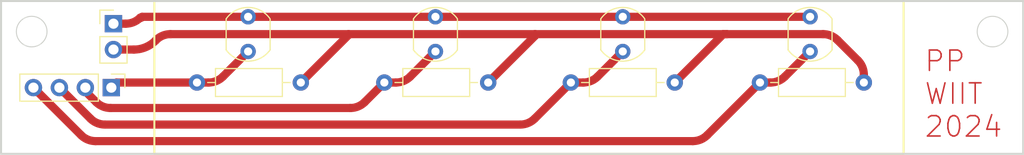
<source format=kicad_pcb>
(kicad_pcb (version 20221018) (generator pcbnew)
  (layers (0 "F.Cu" signal) (31 "B.Cu" signal) (34 "B.Paste" user) (35 "F.Paste" user) (36 "B.SilkS" user "B.Silkscreen") (37 "F.SilkS" user "F.Silkscreen") (38 "B.Mask" user) (39 "F.Mask" user) (44 "Edge.Cuts" user))
  (net 0 "")
  (net 1 "PH0")
  (net 2 "PH1")
  (net 3 "PH2")
  (net 4 "PH3")
  (net 5 "+5V")
  (net 6 "GND")
  (footprint "Resistor_THT:R_Axial_DIN0207_L6.3mm_D2.5mm_P10.16mm_Horizontal" (layer "F.Cu") (at 169.41 58 180)
    (fp_text reference "R4" hide)
    (fp_text value "10k" hide)
    (fp_line (start 1.04 0) (end 1.81 0) (stroke (width 0.12)) (layer "F.SilkS"))
    (fp_line (start 1.81 -1.37) (end 1.81 1.37) (stroke (width 0.12)) (layer "F.SilkS"))
    (fp_line (start 1.81 1.37) (end 8.35 1.37) (stroke (width 0.12)) (layer "F.SilkS"))
    (fp_line (start 8.35 -1.37) (end 1.81 -1.37) (stroke (width 0.12)) (layer "F.SilkS"))
    (fp_line (start 8.35 1.37) (end 8.35 -1.37) (stroke (width 0.12)) (layer "F.SilkS"))
    (fp_line (start 9.12 0) (end 8.35 0) (stroke (width 0.12)) (layer "F.SilkS"))
    (pad "1" thru_hole circle (at 0 0 180) (size 1.6 1.6) (drill 0.8) (layers "*.Cu" "*.Mask") (net 6 "GND"))
    (pad "2" thru_hole oval (at 10.16 0 180) (size 1.6 1.6) (drill 0.8) (layers "*.Cu" "*.Mask") (net 4 "PH3"))
  )
  (footprint "OptoDevice:R_LDR_5.1x4.3mm_P3.4mm_Vertical" (layer "F.Cu") (at 109.175 54.95 90)
    (fp_text reference "R5" hide)
    (fp_text value "5-10k" hide)
    (fp_line (start 0.15 -2.15) (end 3.2 -2.15) (stroke (width 0.12)) (layer "F.SilkS"))
    (fp_line (start 0.15 2.15) (end 3.2 2.15) (stroke (width 0.12)) (layer "F.SilkS"))
    (fp_arc (start 0.15 2.15) (mid -0.950438 -0.013368) (end 0.171766 -2.165525) (stroke (width 0.12)) (layer "F.SilkS"))
    (fp_arc (start 3.2 -2.15) (mid 4.321403 -0.027338) (end 3.244513 2.118249) (stroke (width 0.12)) (layer "F.SilkS"))
    (pad "1" thru_hole circle (at 0 0 90) (size 1.5 1.5) (drill 0.8) (layers "*.Cu" "*.Mask") (net 1 "PH0"))
    (pad "2" thru_hole circle (at 3.4 0 90) (size 1.5 1.5) (drill 0.8) (layers "*.Cu" "*.Mask") (net 5 "+5V"))
  )
  (footprint "Resistor_THT:R_Axial_DIN0207_L6.3mm_D2.5mm_P10.16mm_Horizontal" (layer "F.Cu") (at 114.33 58 180)
    (fp_text reference "R1" hide)
    (fp_text value "10k" hide)
    (fp_line (start 1.04 0) (end 1.81 0) (stroke (width 0.12)) (layer "F.SilkS"))
    (fp_line (start 1.81 -1.37) (end 1.81 1.37) (stroke (width 0.12)) (layer "F.SilkS"))
    (fp_line (start 1.81 1.37) (end 8.35 1.37) (stroke (width 0.12)) (layer "F.SilkS"))
    (fp_line (start 8.35 -1.37) (end 1.81 -1.37) (stroke (width 0.12)) (layer "F.SilkS"))
    (fp_line (start 8.35 1.37) (end 8.35 -1.37) (stroke (width 0.12)) (layer "F.SilkS"))
    (fp_line (start 9.12 0) (end 8.35 0) (stroke (width 0.12)) (layer "F.SilkS"))
    (pad "1" thru_hole circle (at 0 0 180) (size 1.6 1.6) (drill 0.8) (layers "*.Cu" "*.Mask") (net 6 "GND"))
    (pad "2" thru_hole oval (at 10.16 0 180) (size 1.6 1.6) (drill 0.8) (layers "*.Cu" "*.Mask") (net 1 "PH0"))
  )
  (footprint "OptoDevice:R_LDR_5.1x4.3mm_P3.4mm_Vertical" (layer "F.Cu") (at 164.15 54.95 90)
    (fp_text reference "R8" hide)
    (fp_text value "5-10k" hide)
    (fp_line (start 0.15 -2.15) (end 3.2 -2.15) (stroke (width 0.12)) (layer "F.SilkS"))
    (fp_line (start 0.15 2.15) (end 3.2 2.15) (stroke (width 0.12)) (layer "F.SilkS"))
    (fp_arc (start 0.15 2.15) (mid -0.950438 -0.013368) (end 0.171766 -2.165525) (stroke (width 0.12)) (layer "F.SilkS"))
    (fp_arc (start 3.2 -2.15) (mid 4.321403 -0.027338) (end 3.244513 2.118249) (stroke (width 0.12)) (layer "F.SilkS"))
    (pad "1" thru_hole circle (at 0 0 90) (size 1.5 1.5) (drill 0.8) (layers "*.Cu" "*.Mask") (net 4 "PH3"))
    (pad "2" thru_hole circle (at 3.4 0 90) (size 1.5 1.5) (drill 0.8) (layers "*.Cu" "*.Mask") (net 5 "+5V"))
  )
  (footprint "Resistor_THT:R_Axial_DIN0207_L6.3mm_D2.5mm_P10.16mm_Horizontal" (layer "F.Cu") (at 132.66 58 180)
    (fp_text reference "R2" hide)
    (fp_text value "10k" hide)
    (fp_line (start 1.04 0) (end 1.81 0) (stroke (width 0.12)) (layer "F.SilkS"))
    (fp_line (start 1.81 -1.37) (end 1.81 1.37) (stroke (width 0.12)) (layer "F.SilkS"))
    (fp_line (start 1.81 1.37) (end 8.35 1.37) (stroke (width 0.12)) (layer "F.SilkS"))
    (fp_line (start 8.35 -1.37) (end 1.81 -1.37) (stroke (width 0.12)) (layer "F.SilkS"))
    (fp_line (start 8.35 1.37) (end 8.35 -1.37) (stroke (width 0.12)) (layer "F.SilkS"))
    (fp_line (start 9.12 0) (end 8.35 0) (stroke (width 0.12)) (layer "F.SilkS"))
    (pad "1" thru_hole circle (at 0 0 180) (size 1.6 1.6) (drill 0.8) (layers "*.Cu" "*.Mask") (net 6 "GND"))
    (pad "2" thru_hole oval (at 10.16 0 180) (size 1.6 1.6) (drill 0.8) (layers "*.Cu" "*.Mask") (net 2 "PH1"))
  )
  (footprint "Resistor_THT:R_Axial_DIN0207_L6.3mm_D2.5mm_P10.16mm_Horizontal" (layer "F.Cu") (at 150.91 58 180)
    (fp_text reference "R3" hide)
    (fp_text value "10k" hide)
    (fp_line (start 1.04 0) (end 1.81 0) (stroke (width 0.12)) (layer "F.SilkS"))
    (fp_line (start 1.81 -1.37) (end 1.81 1.37) (stroke (width 0.12)) (layer "F.SilkS"))
    (fp_line (start 1.81 1.37) (end 8.35 1.37) (stroke (width 0.12)) (layer "F.SilkS"))
    (fp_line (start 8.35 -1.37) (end 1.81 -1.37) (stroke (width 0.12)) (layer "F.SilkS"))
    (fp_line (start 8.35 1.37) (end 8.35 -1.37) (stroke (width 0.12)) (layer "F.SilkS"))
    (fp_line (start 9.12 0) (end 8.35 0) (stroke (width 0.12)) (layer "F.SilkS"))
    (pad "1" thru_hole circle (at 0 0 180) (size 1.6 1.6) (drill 0.8) (layers "*.Cu" "*.Mask") (net 6 "GND"))
    (pad "2" thru_hole oval (at 10.16 0 180) (size 1.6 1.6) (drill 0.8) (layers "*.Cu" "*.Mask") (net 3 "PH2"))
  )
  (footprint "OptoDevice:R_LDR_5.1x4.3mm_P3.4mm_Vertical" (layer "F.Cu") (at 127.5 54.95 90)
    (fp_text reference "R6" hide)
    (fp_text value "5-10k" hide)
    (fp_line (start 0.15 -2.15) (end 3.2 -2.15) (stroke (width 0.12)) (layer "F.SilkS"))
    (fp_line (start 0.15 2.15) (end 3.2 2.15) (stroke (width 0.12)) (layer "F.SilkS"))
    (fp_arc (start 0.15 2.15) (mid -0.950438 -0.013368) (end 0.171766 -2.165525) (stroke (width 0.12)) (layer "F.SilkS"))
    (fp_arc (start 3.2 -2.15) (mid 4.321403 -0.027338) (end 3.244513 2.118249) (stroke (width 0.12)) (layer "F.SilkS"))
    (pad "1" thru_hole circle (at 0 0 90) (size 1.5 1.5) (drill 0.8) (layers "*.Cu" "*.Mask") (net 2 "PH1"))
    (pad "2" thru_hole circle (at 3.4 0 90) (size 1.5 1.5) (drill 0.8) (layers "*.Cu" "*.Mask") (net 5 "+5V"))
  )
  (footprint "OptoDevice:R_LDR_5.1x4.3mm_P3.4mm_Vertical" (layer "F.Cu") (at 145.825 54.95 90)
    (fp_text reference "R7" hide)
    (fp_text value "5-10k" hide)
    (fp_line (start 0.15 -2.15) (end 3.2 -2.15) (stroke (width 0.12)) (layer "F.SilkS"))
    (fp_line (start 0.15 2.15) (end 3.2 2.15) (stroke (width 0.12)) (layer "F.SilkS"))
    (fp_arc (start 0.15 2.15) (mid -0.950438 -0.013368) (end 0.171766 -2.165525) (stroke (width 0.12)) (layer "F.SilkS"))
    (fp_arc (start 3.2 -2.15) (mid 4.321403 -0.027338) (end 3.244513 2.118249) (stroke (width 0.12)) (layer "F.SilkS"))
    (pad "1" thru_hole circle (at 0 0 90) (size 1.5 1.5) (drill 0.8) (layers "*.Cu" "*.Mask") (net 3 "PH2"))
    (pad "2" thru_hole circle (at 3.4 0 90) (size 1.5 1.5) (drill 0.8) (layers "*.Cu" "*.Mask") (net 5 "+5V"))
  )
  (footprint "Connector_PinHeader_2.54mm:PinHeader_1x04_P2.54mm_Vertical" (layer "F.Cu") (at 95.79 58.5 -90)
    (fp_text reference "J1" hide)
    (fp_text value "Conn_01x04_Pin" hide)
    (fp_line (start -1.33 -1.33) (end 0 -1.33) (stroke (width 0.12)) (layer "F.SilkS"))
    (fp_line (start -1.33 0) (end -1.33 -1.33) (stroke (width 0.12)) (layer "F.SilkS"))
    (fp_line (start -1.33 1.27) (end -1.33 8.95) (stroke (width 0.12)) (layer "F.SilkS"))
    (fp_line (start -1.33 1.27) (end 1.33 1.27) (stroke (width 0.12)) (layer "F.SilkS"))
    (fp_line (start -1.33 8.95) (end 1.33 8.95) (stroke (width 0.12)) (layer "F.SilkS"))
    (fp_line (start 1.33 1.27) (end 1.33 8.95) (stroke (width 0.12)) (layer "F.SilkS"))
    (pad "1" thru_hole rect (at 0 0 270) (size 1.7 1.7) (drill 1) (layers "*.Cu" "*.Mask") (net 1 "PH0"))
    (pad "2" thru_hole oval (at 0 2.54 270) (size 1.7 1.7) (drill 1) (layers "*.Cu" "*.Mask") (net 2 "PH1"))
    (pad "3" thru_hole oval (at 0 5.08 270) (size 1.7 1.7) (drill 1) (layers "*.Cu" "*.Mask") (net 3 "PH2"))
    (pad "4" thru_hole oval (at 0 7.62 270) (size 1.7 1.7) (drill 1) (layers "*.Cu" "*.Mask") (net 4 "PH3"))
  )
  (footprint "Connector_PinHeader_2.54mm:PinHeader_1x02_P2.54mm_Vertical" (layer "F.Cu") (at 96 52.225)
    (fp_text reference "J2" hide)
    (fp_text value "Conn_01x02_Pin" hide)
    (fp_line (start -1.33 -1.33) (end 0 -1.33) (stroke (width 0.12)) (layer "F.SilkS"))
    (fp_line (start -1.33 0) (end -1.33 -1.33) (stroke (width 0.12)) (layer "F.SilkS"))
    (fp_line (start -1.33 1.27) (end -1.33 3.87) (stroke (width 0.12)) (layer "F.SilkS"))
    (fp_line (start -1.33 1.27) (end 1.33 1.27) (stroke (width 0.12)) (layer "F.SilkS"))
    (fp_line (start -1.33 3.87) (end 1.33 3.87) (stroke (width 0.12)) (layer "F.SilkS"))
    (fp_line (start 1.33 1.27) (end 1.33 3.87) (stroke (width 0.12)) (layer "F.SilkS"))
    (pad "1" thru_hole rect (at 0 0) (size 1.7 1.7) (drill 1) (layers "*.Cu" "*.Mask") (net 5 "+5V"))
    (pad "2" thru_hole oval (at 0 2.54) (size 1.7 1.7) (drill 1) (layers "*.Cu" "*.Mask") (net 6 "GND"))
  )
  (gr_rect locked (start 100 50) (end 173.3 65) (stroke (width 0.2)) (fill none) (layer "F.SilkS"))
  (gr_rect locked (start 85 50) (end 185 65) (stroke (width 0.2)) (fill none) (layer "Edge.Cuts"))
  (gr_circle locked (center 88 53) (end 89.5 53) (stroke (width 0.1)) (fill none) (layer "Edge.Cuts"))
  (gr_circle locked (center 182 53) (end 183.5 53) (stroke (width 0.1)) (fill none) (layer "Edge.Cuts"))
  (gr_text "PP\nWIIT\n2024" (at 175.25 63.5) (layer "F.Cu") (effects (font (size 2 2)) (justify left bottom)))
  (segment (start 104.17 58) (end 105.296573 58) (width 0.8) (layer "F.Cu") (net 1))
  (segment (start 104.17 58) (end 96.29 58) (width 0.8) (layer "F.Cu") (net 1))
  (segment (start 106.710787 57.414213) (end 109.175 54.95) (width 0.8) (layer "F.Cu") (net 1))
  (segment (start 96.29 58) (end 95.79 58.5) (width 0.8) (layer "F.Cu") (net 1))
  (arc (start 105.296573 58) (mid 106.06194 57.847759) (end 106.710787 57.414213) (width 0.8) (layer "F.Cu") (net 1))
  (segment (start 95.718427 60.5) (end 119.171573 60.5) (width 0.8) (layer "F.Cu") (net 2))
  (segment (start 120.585787 59.914213) (end 122.5 58) (width 0.8) (layer "F.Cu") (net 2))
  (segment (start 122.5 58) (end 123.621573 58) (width 0.8) (layer "F.Cu") (net 2))
  (segment (start 93.25 58.5) (end 93.25 58.86) (width 0.8) (layer "F.Cu") (net 2))
  (segment (start 125.035787 57.414213) (end 127.5 54.95) (width 0.8) (layer "F.Cu") (net 2))
  (segment (start 93.25 58.86) (end 94.304214 59.914214) (width 0.8) (layer "F.Cu") (net 2))
  (arc (start 95.718427 60.5) (mid 94.95306 60.347759) (end 94.304214 59.914214) (width 0.8) (layer "F.Cu") (net 2))
  (arc (start 123.621573 58) (mid 124.38694 57.847759) (end 125.035787 57.414213) (width 0.8) (layer "F.Cu") (net 2))
  (arc (start 119.171573 60.5) (mid 119.93694 60.347759) (end 120.585787 59.914213) (width 0.8) (layer "F.Cu") (net 2))
  (segment (start 140.75 58) (end 141.946573 58) (width 0.8) (layer "F.Cu") (net 3))
  (segment (start 90.71 58.5) (end 93.749214 61.539214) (width 0.8) (layer "F.Cu") (net 3))
  (segment (start 95.163427 62.125) (end 135.796573 62.125) (width 0.8) (layer "F.Cu") (net 3))
  (segment (start 137.210787 61.539213) (end 140.75 58) (width 0.8) (layer "F.Cu") (net 3))
  (segment (start 143.360787 57.414213) (end 145.825 54.95) (width 0.8) (layer "F.Cu") (net 3))
  (arc (start 93.749214 61.539214) (mid 94.39806 61.972759) (end 95.163427 62.125) (width 0.8) (layer "F.Cu") (net 3))
  (arc (start 141.946573 58) (mid 142.71194 57.847759) (end 143.360787 57.414213) (width 0.8) (layer "F.Cu") (net 3))
  (arc (start 135.796573 62.125) (mid 136.56194 61.972759) (end 137.210787 61.539213) (width 0.8) (layer "F.Cu") (net 3))
  (segment (start 88.17 58.5) (end 92.834214 63.164214) (width 0.8) (layer "F.Cu") (net 4))
  (segment (start 161.685787 57.414213) (end 164.15 54.95) (width 0.8) (layer "F.Cu") (net 4))
  (segment (start 159.25 58) (end 160.271573 58) (width 0.8) (layer "F.Cu") (net 4))
  (segment (start 154.085787 63.164213) (end 159.25 58) (width 0.8) (layer "F.Cu") (net 4))
  (segment (start 94.248427 63.75) (end 152.671573 63.75) (width 0.8) (layer "F.Cu") (net 4))
  (arc (start 154.085787 63.164213) (mid 153.43694 63.597759) (end 152.671573 63.75) (width 0.8) (layer "F.Cu") (net 4))
  (arc (start 161.685787 57.414213) (mid 161.03694 57.847759) (end 160.271573 58) (width 0.8) (layer "F.Cu") (net 4))
  (arc (start 92.834214 63.164214) (mid 93.48306 63.597759) (end 94.248427 63.75) (width 0.8) (layer "F.Cu") (net 4))
  (segment (start 98.610787 51.639213) (end 98.710787 51.639213) (width 0.8) (layer "F.Cu") (net 5))
  (segment (start 98.8 51.55) (end 109.175 51.55) (width 0.8) (layer "F.Cu") (net 5))
  (segment (start 98.710787 51.639213) (end 98.8 51.55) (width 0.8) (layer "F.Cu") (net 5))
  (segment (start 109.175 51.55) (end 164.15 51.55) (width 0.8) (layer "F.Cu") (net 5))
  (segment (start 96 52.225) (end 97.196573 52.225) (width 0.8) (layer "F.Cu") (net 5))
  (arc (start 98.610787 51.639213) (mid 97.96194 52.072759) (end 97.196573 52.225) (width 0.8) (layer "F.Cu") (net 5))
  (segment (start 119 53.33) (end 119 53.25) (width 0.8) (layer "F.Cu") (net 6))
  (segment (start 166.835787 53.835787) (end 168.824214 55.824214) (width 0.8) (layer "F.Cu") (net 6))
  (segment (start 132.66 58) (end 137.25 53.41) (width 0.8) (layer "F.Cu") (net 6))
  (segment (start 156 53.25) (end 165.421573 53.25) (width 0.8) (layer "F.Cu") (net 6))
  (segment (start 96 54.765) (end 97.992359 54.765) (width 0.8) (layer "F.Cu") (net 6))
  (segment (start 137.25 53.41) (end 137.25 53.25) (width 0.8) (layer "F.Cu") (net 6))
  (segment (start 137.25 53.25) (end 156 53.25) (width 0.8) (layer "F.Cu") (net 6))
  (segment (start 169.41 57.238427) (end 169.41 58) (width 0.8) (layer "F.Cu") (net 6))
  (segment (start 155.66 53.25) (end 156 53.25) (width 0.8) (layer "F.Cu") (net 6))
  (segment (start 100.11368 53.88632) (end 100.164214 53.835786) (width 0.8) (layer "F.Cu") (net 6))
  (segment (start 114.33 58) (end 119 53.33) (width 0.8) (layer "F.Cu") (net 6))
  (segment (start 119 53.25) (end 137.25 53.25) (width 0.8) (layer "F.Cu") (net 6))
  (segment (start 101.578427 53.25) (end 119 53.25) (width 0.8) (layer "F.Cu") (net 6))
  (segment (start 150.91 58) (end 155.66 53.25) (width 0.8) (layer "F.Cu") (net 6))
  (arc (start 97.992359 54.765) (mid 99.14041 54.536638) (end 100.11368 53.88632) (width 0.8) (layer "F.Cu") (net 6))
  (arc (start 100.164214 53.835786) (mid 100.81306 53.402241) (end 101.578427 53.25) (width 0.8) (layer "F.Cu") (net 6))
  (arc (start 166.835787 53.835787) (mid 166.18694 53.402241) (end 165.421573 53.25) (width 0.8) (layer "F.Cu") (net 6))
  (arc (start 168.824214 55.824214) (mid 169.257759 56.47306) (end 169.41 57.238427) (width 0.8) (layer "F.Cu") (net 6))
)
</source>
